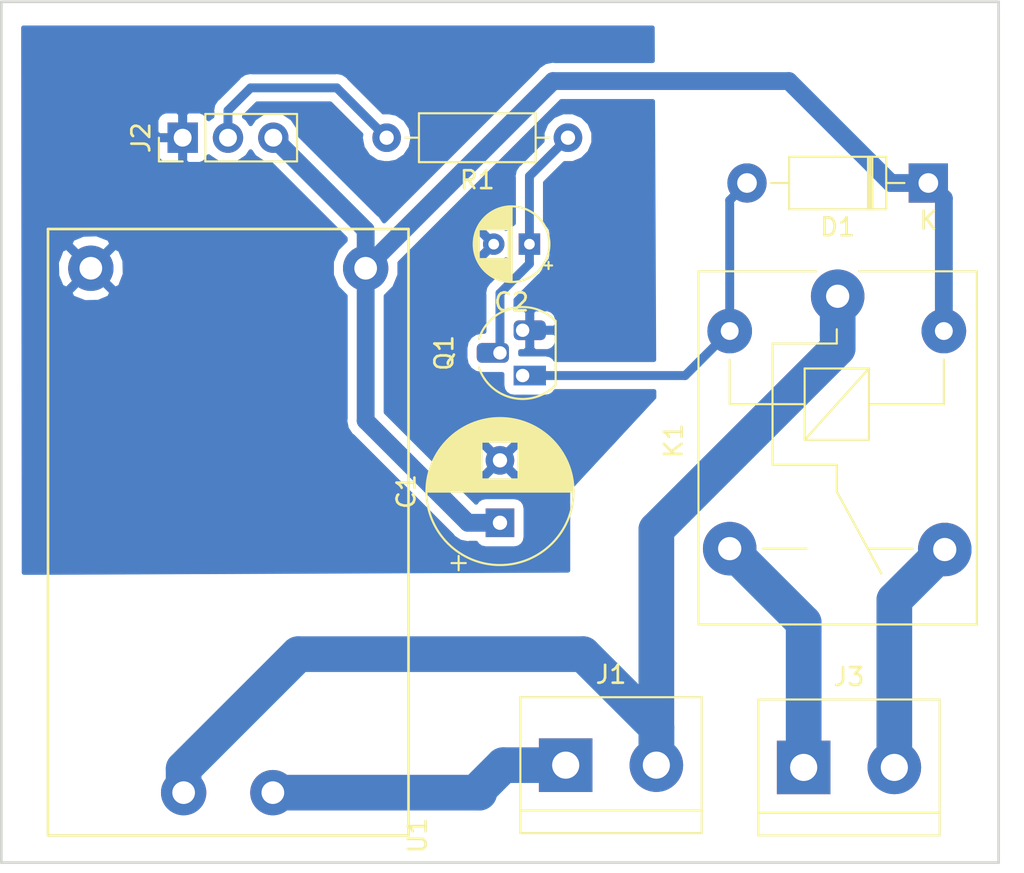
<source format=kicad_pcb>
(kicad_pcb (version 20171130) (host pcbnew 5.0.2-bee76a0~70~ubuntu18.04.1)

  (general
    (thickness 1.6)
    (drawings 4)
    (tracks 42)
    (zones 0)
    (modules 10)
    (nets 10)
  )

  (page A4)
  (layers
    (0 F.Cu signal)
    (31 B.Cu signal)
    (32 B.Adhes user)
    (33 F.Adhes user)
    (34 B.Paste user)
    (35 F.Paste user)
    (36 B.SilkS user)
    (37 F.SilkS user)
    (38 B.Mask user)
    (39 F.Mask user)
    (40 Dwgs.User user)
    (41 Cmts.User user)
    (42 Eco1.User user)
    (43 Eco2.User user)
    (44 Edge.Cuts user)
    (45 Margin user)
    (46 B.CrtYd user)
    (47 F.CrtYd user)
    (48 B.Fab user)
    (49 F.Fab user)
  )

  (setup
    (last_trace_width 0.5)
    (trace_clearance 0.5)
    (zone_clearance 0.508)
    (zone_45_only no)
    (trace_min 0.2)
    (segment_width 0.2)
    (edge_width 0.15)
    (via_size 0.8)
    (via_drill 0.4)
    (via_min_size 0.4)
    (via_min_drill 0.3)
    (uvia_size 0.3)
    (uvia_drill 0.1)
    (uvias_allowed no)
    (uvia_min_size 0.2)
    (uvia_min_drill 0.1)
    (pcb_text_width 0.3)
    (pcb_text_size 1.5 1.5)
    (mod_edge_width 0.15)
    (mod_text_size 1 1)
    (mod_text_width 0.15)
    (pad_size 1.524 1.524)
    (pad_drill 0.762)
    (pad_to_mask_clearance 0.051)
    (solder_mask_min_width 0.25)
    (aux_axis_origin 0 0)
    (visible_elements FFF9FF7F)
    (pcbplotparams
      (layerselection 0x010fc_ffffffff)
      (usegerberextensions false)
      (usegerberattributes false)
      (usegerberadvancedattributes false)
      (creategerberjobfile false)
      (excludeedgelayer true)
      (linewidth 0.100000)
      (plotframeref false)
      (viasonmask false)
      (mode 1)
      (useauxorigin false)
      (hpglpennumber 1)
      (hpglpenspeed 20)
      (hpglpendiameter 15.000000)
      (psnegative false)
      (psa4output false)
      (plotreference true)
      (plotvalue true)
      (plotinvisibletext false)
      (padsonsilk false)
      (subtractmaskfromsilk false)
      (outputformat 1)
      (mirror false)
      (drillshape 1)
      (scaleselection 1)
      (outputdirectory ""))
  )

  (net 0 "")
  (net 1 VCC)
  (net 2 GNDREF)
  (net 3 "Net-(C2-Pad1)")
  (net 4 "Net-(D1-Pad2)")
  (net 5 "Net-(J1-Pad1)")
  (net 6 "Net-(J1-Pad2)")
  (net 7 "Net-(J2-Pad2)")
  (net 8 "Net-(J3-Pad2)")
  (net 9 "Net-(J3-Pad1)")

  (net_class Default "This is the default net class."
    (clearance 0.5)
    (trace_width 0.5)
    (via_dia 0.8)
    (via_drill 0.4)
    (uvia_dia 0.3)
    (uvia_drill 0.1)
    (add_net GNDREF)
    (add_net "Net-(C2-Pad1)")
    (add_net "Net-(D1-Pad2)")
    (add_net "Net-(J2-Pad2)")
  )

  (net_class AC ""
    (clearance 1)
    (trace_width 2)
    (via_dia 0.8)
    (via_drill 0.4)
    (uvia_dia 0.3)
    (uvia_drill 0.1)
    (add_net "Net-(J1-Pad1)")
    (add_net "Net-(J1-Pad2)")
    (add_net "Net-(J3-Pad1)")
    (add_net "Net-(J3-Pad2)")
  )

  (net_class VCC ""
    (clearance 0.5)
    (trace_width 1)
    (via_dia 0.8)
    (via_drill 0.4)
    (uvia_dia 0.3)
    (uvia_drill 0.1)
    (add_net VCC)
  )

  (module mylibs:HLK-PMXX (layer F.Cu) (tedit 5C7619E1) (tstamp 5C601658)
    (at 160.205001 106.91 90)
    (path /5C49603D)
    (fp_text reference U1 (at 0 0.5 90) (layer F.SilkS)
      (effects (font (size 1 1) (thickness 0.15)))
    )
    (fp_text value HLK-PMXX (at 16.6 -10.4 90) (layer F.Fab)
      (effects (font (size 1 1) (thickness 0.15)))
    )
    (fp_line (start 0 -20.2) (end 0 0) (layer F.SilkS) (width 0.15))
    (fp_line (start 34 -20.2) (end 0 -20.2) (layer F.SilkS) (width 0.15))
    (fp_line (start 34 0) (end 34 -20.2) (layer F.SilkS) (width 0.15))
    (fp_line (start 0 0) (end 34 0) (layer F.SilkS) (width 0.15))
    (pad 4 thru_hole circle (at 31.8 -2.4 90) (size 2.54 2.54) (drill 1.27) (layers *.Cu *.Mask)
      (net 1 VCC))
    (pad 3 thru_hole circle (at 31.8 -17.8 90) (size 2.54 2.54) (drill 1.27) (layers *.Cu *.Mask)
      (net 2 GNDREF))
    (pad 1 thru_hole circle (at 2.4 -12.6 90) (size 2.54 2.54) (drill 1.27) (layers *.Cu *.Mask)
      (net 6 "Net-(J1-Pad2)"))
    (pad 2 thru_hole circle (at 2.4 -7.6 90) (size 2.54 2.54) (drill 1.27) (layers *.Cu *.Mask)
      (net 5 "Net-(J1-Pad1)"))
  )

  (module Capacitor_THT:CP_Radial_D8.0mm_P3.50mm (layer F.Cu) (tedit 5AE50EF0) (tstamp 5C6014F1)
    (at 165.33 89.38 90)
    (descr "CP, Radial series, Radial, pin pitch=3.50mm, , diameter=8mm, Electrolytic Capacitor")
    (tags "CP Radial series Radial pin pitch 3.50mm  diameter 8mm Electrolytic Capacitor")
    (path /5C4964DD)
    (fp_text reference C1 (at 1.75 -5.25 90) (layer F.SilkS)
      (effects (font (size 1 1) (thickness 0.15)))
    )
    (fp_text value 470uF (at 1.75 5.25 90) (layer F.Fab)
      (effects (font (size 1 1) (thickness 0.15)))
    )
    (fp_circle (center 1.75 0) (end 5.75 0) (layer F.Fab) (width 0.1))
    (fp_circle (center 1.75 0) (end 5.87 0) (layer F.SilkS) (width 0.12))
    (fp_circle (center 1.75 0) (end 6 0) (layer F.CrtYd) (width 0.05))
    (fp_line (start -1.676759 -1.7475) (end -0.876759 -1.7475) (layer F.Fab) (width 0.1))
    (fp_line (start -1.276759 -2.1475) (end -1.276759 -1.3475) (layer F.Fab) (width 0.1))
    (fp_line (start 1.75 -4.08) (end 1.75 4.08) (layer F.SilkS) (width 0.12))
    (fp_line (start 1.79 -4.08) (end 1.79 4.08) (layer F.SilkS) (width 0.12))
    (fp_line (start 1.83 -4.08) (end 1.83 4.08) (layer F.SilkS) (width 0.12))
    (fp_line (start 1.87 -4.079) (end 1.87 4.079) (layer F.SilkS) (width 0.12))
    (fp_line (start 1.91 -4.077) (end 1.91 4.077) (layer F.SilkS) (width 0.12))
    (fp_line (start 1.95 -4.076) (end 1.95 4.076) (layer F.SilkS) (width 0.12))
    (fp_line (start 1.99 -4.074) (end 1.99 4.074) (layer F.SilkS) (width 0.12))
    (fp_line (start 2.03 -4.071) (end 2.03 4.071) (layer F.SilkS) (width 0.12))
    (fp_line (start 2.07 -4.068) (end 2.07 4.068) (layer F.SilkS) (width 0.12))
    (fp_line (start 2.11 -4.065) (end 2.11 4.065) (layer F.SilkS) (width 0.12))
    (fp_line (start 2.15 -4.061) (end 2.15 4.061) (layer F.SilkS) (width 0.12))
    (fp_line (start 2.19 -4.057) (end 2.19 4.057) (layer F.SilkS) (width 0.12))
    (fp_line (start 2.23 -4.052) (end 2.23 4.052) (layer F.SilkS) (width 0.12))
    (fp_line (start 2.27 -4.048) (end 2.27 4.048) (layer F.SilkS) (width 0.12))
    (fp_line (start 2.31 -4.042) (end 2.31 4.042) (layer F.SilkS) (width 0.12))
    (fp_line (start 2.35 -4.037) (end 2.35 4.037) (layer F.SilkS) (width 0.12))
    (fp_line (start 2.39 -4.03) (end 2.39 4.03) (layer F.SilkS) (width 0.12))
    (fp_line (start 2.43 -4.024) (end 2.43 4.024) (layer F.SilkS) (width 0.12))
    (fp_line (start 2.471 -4.017) (end 2.471 -1.04) (layer F.SilkS) (width 0.12))
    (fp_line (start 2.471 1.04) (end 2.471 4.017) (layer F.SilkS) (width 0.12))
    (fp_line (start 2.511 -4.01) (end 2.511 -1.04) (layer F.SilkS) (width 0.12))
    (fp_line (start 2.511 1.04) (end 2.511 4.01) (layer F.SilkS) (width 0.12))
    (fp_line (start 2.551 -4.002) (end 2.551 -1.04) (layer F.SilkS) (width 0.12))
    (fp_line (start 2.551 1.04) (end 2.551 4.002) (layer F.SilkS) (width 0.12))
    (fp_line (start 2.591 -3.994) (end 2.591 -1.04) (layer F.SilkS) (width 0.12))
    (fp_line (start 2.591 1.04) (end 2.591 3.994) (layer F.SilkS) (width 0.12))
    (fp_line (start 2.631 -3.985) (end 2.631 -1.04) (layer F.SilkS) (width 0.12))
    (fp_line (start 2.631 1.04) (end 2.631 3.985) (layer F.SilkS) (width 0.12))
    (fp_line (start 2.671 -3.976) (end 2.671 -1.04) (layer F.SilkS) (width 0.12))
    (fp_line (start 2.671 1.04) (end 2.671 3.976) (layer F.SilkS) (width 0.12))
    (fp_line (start 2.711 -3.967) (end 2.711 -1.04) (layer F.SilkS) (width 0.12))
    (fp_line (start 2.711 1.04) (end 2.711 3.967) (layer F.SilkS) (width 0.12))
    (fp_line (start 2.751 -3.957) (end 2.751 -1.04) (layer F.SilkS) (width 0.12))
    (fp_line (start 2.751 1.04) (end 2.751 3.957) (layer F.SilkS) (width 0.12))
    (fp_line (start 2.791 -3.947) (end 2.791 -1.04) (layer F.SilkS) (width 0.12))
    (fp_line (start 2.791 1.04) (end 2.791 3.947) (layer F.SilkS) (width 0.12))
    (fp_line (start 2.831 -3.936) (end 2.831 -1.04) (layer F.SilkS) (width 0.12))
    (fp_line (start 2.831 1.04) (end 2.831 3.936) (layer F.SilkS) (width 0.12))
    (fp_line (start 2.871 -3.925) (end 2.871 -1.04) (layer F.SilkS) (width 0.12))
    (fp_line (start 2.871 1.04) (end 2.871 3.925) (layer F.SilkS) (width 0.12))
    (fp_line (start 2.911 -3.914) (end 2.911 -1.04) (layer F.SilkS) (width 0.12))
    (fp_line (start 2.911 1.04) (end 2.911 3.914) (layer F.SilkS) (width 0.12))
    (fp_line (start 2.951 -3.902) (end 2.951 -1.04) (layer F.SilkS) (width 0.12))
    (fp_line (start 2.951 1.04) (end 2.951 3.902) (layer F.SilkS) (width 0.12))
    (fp_line (start 2.991 -3.889) (end 2.991 -1.04) (layer F.SilkS) (width 0.12))
    (fp_line (start 2.991 1.04) (end 2.991 3.889) (layer F.SilkS) (width 0.12))
    (fp_line (start 3.031 -3.877) (end 3.031 -1.04) (layer F.SilkS) (width 0.12))
    (fp_line (start 3.031 1.04) (end 3.031 3.877) (layer F.SilkS) (width 0.12))
    (fp_line (start 3.071 -3.863) (end 3.071 -1.04) (layer F.SilkS) (width 0.12))
    (fp_line (start 3.071 1.04) (end 3.071 3.863) (layer F.SilkS) (width 0.12))
    (fp_line (start 3.111 -3.85) (end 3.111 -1.04) (layer F.SilkS) (width 0.12))
    (fp_line (start 3.111 1.04) (end 3.111 3.85) (layer F.SilkS) (width 0.12))
    (fp_line (start 3.151 -3.835) (end 3.151 -1.04) (layer F.SilkS) (width 0.12))
    (fp_line (start 3.151 1.04) (end 3.151 3.835) (layer F.SilkS) (width 0.12))
    (fp_line (start 3.191 -3.821) (end 3.191 -1.04) (layer F.SilkS) (width 0.12))
    (fp_line (start 3.191 1.04) (end 3.191 3.821) (layer F.SilkS) (width 0.12))
    (fp_line (start 3.231 -3.805) (end 3.231 -1.04) (layer F.SilkS) (width 0.12))
    (fp_line (start 3.231 1.04) (end 3.231 3.805) (layer F.SilkS) (width 0.12))
    (fp_line (start 3.271 -3.79) (end 3.271 -1.04) (layer F.SilkS) (width 0.12))
    (fp_line (start 3.271 1.04) (end 3.271 3.79) (layer F.SilkS) (width 0.12))
    (fp_line (start 3.311 -3.774) (end 3.311 -1.04) (layer F.SilkS) (width 0.12))
    (fp_line (start 3.311 1.04) (end 3.311 3.774) (layer F.SilkS) (width 0.12))
    (fp_line (start 3.351 -3.757) (end 3.351 -1.04) (layer F.SilkS) (width 0.12))
    (fp_line (start 3.351 1.04) (end 3.351 3.757) (layer F.SilkS) (width 0.12))
    (fp_line (start 3.391 -3.74) (end 3.391 -1.04) (layer F.SilkS) (width 0.12))
    (fp_line (start 3.391 1.04) (end 3.391 3.74) (layer F.SilkS) (width 0.12))
    (fp_line (start 3.431 -3.722) (end 3.431 -1.04) (layer F.SilkS) (width 0.12))
    (fp_line (start 3.431 1.04) (end 3.431 3.722) (layer F.SilkS) (width 0.12))
    (fp_line (start 3.471 -3.704) (end 3.471 -1.04) (layer F.SilkS) (width 0.12))
    (fp_line (start 3.471 1.04) (end 3.471 3.704) (layer F.SilkS) (width 0.12))
    (fp_line (start 3.511 -3.686) (end 3.511 -1.04) (layer F.SilkS) (width 0.12))
    (fp_line (start 3.511 1.04) (end 3.511 3.686) (layer F.SilkS) (width 0.12))
    (fp_line (start 3.551 -3.666) (end 3.551 -1.04) (layer F.SilkS) (width 0.12))
    (fp_line (start 3.551 1.04) (end 3.551 3.666) (layer F.SilkS) (width 0.12))
    (fp_line (start 3.591 -3.647) (end 3.591 -1.04) (layer F.SilkS) (width 0.12))
    (fp_line (start 3.591 1.04) (end 3.591 3.647) (layer F.SilkS) (width 0.12))
    (fp_line (start 3.631 -3.627) (end 3.631 -1.04) (layer F.SilkS) (width 0.12))
    (fp_line (start 3.631 1.04) (end 3.631 3.627) (layer F.SilkS) (width 0.12))
    (fp_line (start 3.671 -3.606) (end 3.671 -1.04) (layer F.SilkS) (width 0.12))
    (fp_line (start 3.671 1.04) (end 3.671 3.606) (layer F.SilkS) (width 0.12))
    (fp_line (start 3.711 -3.584) (end 3.711 -1.04) (layer F.SilkS) (width 0.12))
    (fp_line (start 3.711 1.04) (end 3.711 3.584) (layer F.SilkS) (width 0.12))
    (fp_line (start 3.751 -3.562) (end 3.751 -1.04) (layer F.SilkS) (width 0.12))
    (fp_line (start 3.751 1.04) (end 3.751 3.562) (layer F.SilkS) (width 0.12))
    (fp_line (start 3.791 -3.54) (end 3.791 -1.04) (layer F.SilkS) (width 0.12))
    (fp_line (start 3.791 1.04) (end 3.791 3.54) (layer F.SilkS) (width 0.12))
    (fp_line (start 3.831 -3.517) (end 3.831 -1.04) (layer F.SilkS) (width 0.12))
    (fp_line (start 3.831 1.04) (end 3.831 3.517) (layer F.SilkS) (width 0.12))
    (fp_line (start 3.871 -3.493) (end 3.871 -1.04) (layer F.SilkS) (width 0.12))
    (fp_line (start 3.871 1.04) (end 3.871 3.493) (layer F.SilkS) (width 0.12))
    (fp_line (start 3.911 -3.469) (end 3.911 -1.04) (layer F.SilkS) (width 0.12))
    (fp_line (start 3.911 1.04) (end 3.911 3.469) (layer F.SilkS) (width 0.12))
    (fp_line (start 3.951 -3.444) (end 3.951 -1.04) (layer F.SilkS) (width 0.12))
    (fp_line (start 3.951 1.04) (end 3.951 3.444) (layer F.SilkS) (width 0.12))
    (fp_line (start 3.991 -3.418) (end 3.991 -1.04) (layer F.SilkS) (width 0.12))
    (fp_line (start 3.991 1.04) (end 3.991 3.418) (layer F.SilkS) (width 0.12))
    (fp_line (start 4.031 -3.392) (end 4.031 -1.04) (layer F.SilkS) (width 0.12))
    (fp_line (start 4.031 1.04) (end 4.031 3.392) (layer F.SilkS) (width 0.12))
    (fp_line (start 4.071 -3.365) (end 4.071 -1.04) (layer F.SilkS) (width 0.12))
    (fp_line (start 4.071 1.04) (end 4.071 3.365) (layer F.SilkS) (width 0.12))
    (fp_line (start 4.111 -3.338) (end 4.111 -1.04) (layer F.SilkS) (width 0.12))
    (fp_line (start 4.111 1.04) (end 4.111 3.338) (layer F.SilkS) (width 0.12))
    (fp_line (start 4.151 -3.309) (end 4.151 -1.04) (layer F.SilkS) (width 0.12))
    (fp_line (start 4.151 1.04) (end 4.151 3.309) (layer F.SilkS) (width 0.12))
    (fp_line (start 4.191 -3.28) (end 4.191 -1.04) (layer F.SilkS) (width 0.12))
    (fp_line (start 4.191 1.04) (end 4.191 3.28) (layer F.SilkS) (width 0.12))
    (fp_line (start 4.231 -3.25) (end 4.231 -1.04) (layer F.SilkS) (width 0.12))
    (fp_line (start 4.231 1.04) (end 4.231 3.25) (layer F.SilkS) (width 0.12))
    (fp_line (start 4.271 -3.22) (end 4.271 -1.04) (layer F.SilkS) (width 0.12))
    (fp_line (start 4.271 1.04) (end 4.271 3.22) (layer F.SilkS) (width 0.12))
    (fp_line (start 4.311 -3.189) (end 4.311 -1.04) (layer F.SilkS) (width 0.12))
    (fp_line (start 4.311 1.04) (end 4.311 3.189) (layer F.SilkS) (width 0.12))
    (fp_line (start 4.351 -3.156) (end 4.351 -1.04) (layer F.SilkS) (width 0.12))
    (fp_line (start 4.351 1.04) (end 4.351 3.156) (layer F.SilkS) (width 0.12))
    (fp_line (start 4.391 -3.124) (end 4.391 -1.04) (layer F.SilkS) (width 0.12))
    (fp_line (start 4.391 1.04) (end 4.391 3.124) (layer F.SilkS) (width 0.12))
    (fp_line (start 4.431 -3.09) (end 4.431 -1.04) (layer F.SilkS) (width 0.12))
    (fp_line (start 4.431 1.04) (end 4.431 3.09) (layer F.SilkS) (width 0.12))
    (fp_line (start 4.471 -3.055) (end 4.471 -1.04) (layer F.SilkS) (width 0.12))
    (fp_line (start 4.471 1.04) (end 4.471 3.055) (layer F.SilkS) (width 0.12))
    (fp_line (start 4.511 -3.019) (end 4.511 -1.04) (layer F.SilkS) (width 0.12))
    (fp_line (start 4.511 1.04) (end 4.511 3.019) (layer F.SilkS) (width 0.12))
    (fp_line (start 4.551 -2.983) (end 4.551 2.983) (layer F.SilkS) (width 0.12))
    (fp_line (start 4.591 -2.945) (end 4.591 2.945) (layer F.SilkS) (width 0.12))
    (fp_line (start 4.631 -2.907) (end 4.631 2.907) (layer F.SilkS) (width 0.12))
    (fp_line (start 4.671 -2.867) (end 4.671 2.867) (layer F.SilkS) (width 0.12))
    (fp_line (start 4.711 -2.826) (end 4.711 2.826) (layer F.SilkS) (width 0.12))
    (fp_line (start 4.751 -2.784) (end 4.751 2.784) (layer F.SilkS) (width 0.12))
    (fp_line (start 4.791 -2.741) (end 4.791 2.741) (layer F.SilkS) (width 0.12))
    (fp_line (start 4.831 -2.697) (end 4.831 2.697) (layer F.SilkS) (width 0.12))
    (fp_line (start 4.871 -2.651) (end 4.871 2.651) (layer F.SilkS) (width 0.12))
    (fp_line (start 4.911 -2.604) (end 4.911 2.604) (layer F.SilkS) (width 0.12))
    (fp_line (start 4.951 -2.556) (end 4.951 2.556) (layer F.SilkS) (width 0.12))
    (fp_line (start 4.991 -2.505) (end 4.991 2.505) (layer F.SilkS) (width 0.12))
    (fp_line (start 5.031 -2.454) (end 5.031 2.454) (layer F.SilkS) (width 0.12))
    (fp_line (start 5.071 -2.4) (end 5.071 2.4) (layer F.SilkS) (width 0.12))
    (fp_line (start 5.111 -2.345) (end 5.111 2.345) (layer F.SilkS) (width 0.12))
    (fp_line (start 5.151 -2.287) (end 5.151 2.287) (layer F.SilkS) (width 0.12))
    (fp_line (start 5.191 -2.228) (end 5.191 2.228) (layer F.SilkS) (width 0.12))
    (fp_line (start 5.231 -2.166) (end 5.231 2.166) (layer F.SilkS) (width 0.12))
    (fp_line (start 5.271 -2.102) (end 5.271 2.102) (layer F.SilkS) (width 0.12))
    (fp_line (start 5.311 -2.034) (end 5.311 2.034) (layer F.SilkS) (width 0.12))
    (fp_line (start 5.351 -1.964) (end 5.351 1.964) (layer F.SilkS) (width 0.12))
    (fp_line (start 5.391 -1.89) (end 5.391 1.89) (layer F.SilkS) (width 0.12))
    (fp_line (start 5.431 -1.813) (end 5.431 1.813) (layer F.SilkS) (width 0.12))
    (fp_line (start 5.471 -1.731) (end 5.471 1.731) (layer F.SilkS) (width 0.12))
    (fp_line (start 5.511 -1.645) (end 5.511 1.645) (layer F.SilkS) (width 0.12))
    (fp_line (start 5.551 -1.552) (end 5.551 1.552) (layer F.SilkS) (width 0.12))
    (fp_line (start 5.591 -1.453) (end 5.591 1.453) (layer F.SilkS) (width 0.12))
    (fp_line (start 5.631 -1.346) (end 5.631 1.346) (layer F.SilkS) (width 0.12))
    (fp_line (start 5.671 -1.229) (end 5.671 1.229) (layer F.SilkS) (width 0.12))
    (fp_line (start 5.711 -1.098) (end 5.711 1.098) (layer F.SilkS) (width 0.12))
    (fp_line (start 5.751 -0.948) (end 5.751 0.948) (layer F.SilkS) (width 0.12))
    (fp_line (start 5.791 -0.768) (end 5.791 0.768) (layer F.SilkS) (width 0.12))
    (fp_line (start 5.831 -0.533) (end 5.831 0.533) (layer F.SilkS) (width 0.12))
    (fp_line (start -2.659698 -2.315) (end -1.859698 -2.315) (layer F.SilkS) (width 0.12))
    (fp_line (start -2.259698 -2.715) (end -2.259698 -1.915) (layer F.SilkS) (width 0.12))
    (fp_text user %R (at 1.75 0 90) (layer F.Fab)
      (effects (font (size 1 1) (thickness 0.15)))
    )
    (pad 1 thru_hole rect (at 0 0 90) (size 1.6 1.6) (drill 0.8) (layers *.Cu *.Mask)
      (net 1 VCC))
    (pad 2 thru_hole circle (at 3.5 0 90) (size 1.6 1.6) (drill 0.8) (layers *.Cu *.Mask)
      (net 2 GNDREF))
    (model ${KISYS3DMOD}/Capacitor_THT.3dshapes/CP_Radial_D8.0mm_P3.50mm.wrl
      (at (xyz 0 0 0))
      (scale (xyz 1 1 1))
      (rotate (xyz 0 0 0))
    )
  )

  (module Diode_THT:D_DO-41_SOD81_P10.16mm_Horizontal (layer F.Cu) (tedit 5AE50CD5) (tstamp 5C6015B9)
    (at 189.333 70.33 180)
    (descr "Diode, DO-41_SOD81 series, Axial, Horizontal, pin pitch=10.16mm, , length*diameter=5.2*2.7mm^2, , http://www.diodes.com/_files/packages/DO-41%20(Plastic).pdf")
    (tags "Diode DO-41_SOD81 series Axial Horizontal pin pitch 10.16mm  length 5.2mm diameter 2.7mm")
    (path /5C496100)
    (fp_text reference D1 (at 5.08 -2.47 180) (layer F.SilkS)
      (effects (font (size 1 1) (thickness 0.15)))
    )
    (fp_text value 1N4001 (at 5.08 2.47 180) (layer F.Fab)
      (effects (font (size 1 1) (thickness 0.15)))
    )
    (fp_line (start 2.48 -1.35) (end 2.48 1.35) (layer F.Fab) (width 0.1))
    (fp_line (start 2.48 1.35) (end 7.68 1.35) (layer F.Fab) (width 0.1))
    (fp_line (start 7.68 1.35) (end 7.68 -1.35) (layer F.Fab) (width 0.1))
    (fp_line (start 7.68 -1.35) (end 2.48 -1.35) (layer F.Fab) (width 0.1))
    (fp_line (start 0 0) (end 2.48 0) (layer F.Fab) (width 0.1))
    (fp_line (start 10.16 0) (end 7.68 0) (layer F.Fab) (width 0.1))
    (fp_line (start 3.26 -1.35) (end 3.26 1.35) (layer F.Fab) (width 0.1))
    (fp_line (start 3.36 -1.35) (end 3.36 1.35) (layer F.Fab) (width 0.1))
    (fp_line (start 3.16 -1.35) (end 3.16 1.35) (layer F.Fab) (width 0.1))
    (fp_line (start 2.36 -1.47) (end 2.36 1.47) (layer F.SilkS) (width 0.12))
    (fp_line (start 2.36 1.47) (end 7.8 1.47) (layer F.SilkS) (width 0.12))
    (fp_line (start 7.8 1.47) (end 7.8 -1.47) (layer F.SilkS) (width 0.12))
    (fp_line (start 7.8 -1.47) (end 2.36 -1.47) (layer F.SilkS) (width 0.12))
    (fp_line (start 1.34 0) (end 2.36 0) (layer F.SilkS) (width 0.12))
    (fp_line (start 8.82 0) (end 7.8 0) (layer F.SilkS) (width 0.12))
    (fp_line (start 3.26 -1.47) (end 3.26 1.47) (layer F.SilkS) (width 0.12))
    (fp_line (start 3.38 -1.47) (end 3.38 1.47) (layer F.SilkS) (width 0.12))
    (fp_line (start 3.14 -1.47) (end 3.14 1.47) (layer F.SilkS) (width 0.12))
    (fp_line (start -1.35 -1.6) (end -1.35 1.6) (layer F.CrtYd) (width 0.05))
    (fp_line (start -1.35 1.6) (end 11.51 1.6) (layer F.CrtYd) (width 0.05))
    (fp_line (start 11.51 1.6) (end 11.51 -1.6) (layer F.CrtYd) (width 0.05))
    (fp_line (start 11.51 -1.6) (end -1.35 -1.6) (layer F.CrtYd) (width 0.05))
    (fp_text user %R (at 5.47 0 180) (layer F.Fab)
      (effects (font (size 1 1) (thickness 0.15)))
    )
    (fp_text user K (at 0 -2.1 180) (layer F.Fab)
      (effects (font (size 1 1) (thickness 0.15)))
    )
    (fp_text user K (at 0 -2.1 180) (layer F.SilkS)
      (effects (font (size 1 1) (thickness 0.15)))
    )
    (pad 1 thru_hole rect (at 0 0 180) (size 2.2 2.2) (drill 1.1) (layers *.Cu *.Mask)
      (net 1 VCC))
    (pad 2 thru_hole oval (at 10.16 0 180) (size 2.2 2.2) (drill 1.1) (layers *.Cu *.Mask)
      (net 4 "Net-(D1-Pad2)"))
    (model ${KISYS3DMOD}/Diode_THT.3dshapes/D_DO-41_SOD81_P10.16mm_Horizontal.wrl
      (at (xyz 0 0 0))
      (scale (xyz 1 1 1))
      (rotate (xyz 0 0 0))
    )
  )

  (module TerminalBlock:TerminalBlock_bornier-2_P5.08mm (layer F.Cu) (tedit 59FF03AB) (tstamp 5C6015CE)
    (at 169.013 102.969)
    (descr "simple 2-pin terminal block, pitch 5.08mm, revamped version of bornier2")
    (tags "terminal block bornier2")
    (path /5C4963C1)
    (fp_text reference J1 (at 2.54 -5.08) (layer F.SilkS)
      (effects (font (size 1 1) (thickness 0.15)))
    )
    (fp_text value Screw_Terminal_01x02 (at 2.54 5.08) (layer F.Fab)
      (effects (font (size 1 1) (thickness 0.15)))
    )
    (fp_text user %R (at 2.54 0) (layer F.Fab)
      (effects (font (size 1 1) (thickness 0.15)))
    )
    (fp_line (start -2.41 2.55) (end 7.49 2.55) (layer F.Fab) (width 0.1))
    (fp_line (start -2.46 -3.75) (end -2.46 3.75) (layer F.Fab) (width 0.1))
    (fp_line (start -2.46 3.75) (end 7.54 3.75) (layer F.Fab) (width 0.1))
    (fp_line (start 7.54 3.75) (end 7.54 -3.75) (layer F.Fab) (width 0.1))
    (fp_line (start 7.54 -3.75) (end -2.46 -3.75) (layer F.Fab) (width 0.1))
    (fp_line (start 7.62 2.54) (end -2.54 2.54) (layer F.SilkS) (width 0.12))
    (fp_line (start 7.62 3.81) (end 7.62 -3.81) (layer F.SilkS) (width 0.12))
    (fp_line (start 7.62 -3.81) (end -2.54 -3.81) (layer F.SilkS) (width 0.12))
    (fp_line (start -2.54 -3.81) (end -2.54 3.81) (layer F.SilkS) (width 0.12))
    (fp_line (start -2.54 3.81) (end 7.62 3.81) (layer F.SilkS) (width 0.12))
    (fp_line (start -2.71 -4) (end 7.79 -4) (layer F.CrtYd) (width 0.05))
    (fp_line (start -2.71 -4) (end -2.71 4) (layer F.CrtYd) (width 0.05))
    (fp_line (start 7.79 4) (end 7.79 -4) (layer F.CrtYd) (width 0.05))
    (fp_line (start 7.79 4) (end -2.71 4) (layer F.CrtYd) (width 0.05))
    (pad 1 thru_hole rect (at 0 0) (size 3 3) (drill 1.52) (layers *.Cu *.Mask)
      (net 5 "Net-(J1-Pad1)"))
    (pad 2 thru_hole circle (at 5.08 0) (size 3 3) (drill 1.52) (layers *.Cu *.Mask)
      (net 6 "Net-(J1-Pad2)"))
    (model ${KISYS3DMOD}/TerminalBlock.3dshapes/TerminalBlock_bornier-2_P5.08mm.wrl
      (offset (xyz 2.539999961853027 0 0))
      (scale (xyz 1 1 1))
      (rotate (xyz 0 0 0))
    )
  )

  (module Connector_PinHeader_2.54mm:PinHeader_1x03_P2.54mm_Vertical (layer F.Cu) (tedit 59FED5CC) (tstamp 5C60315B)
    (at 147.55 67.79 90)
    (descr "Through hole straight pin header, 1x03, 2.54mm pitch, single row")
    (tags "Through hole pin header THT 1x03 2.54mm single row")
    (path /5C49621D)
    (fp_text reference J2 (at 0 -2.33 90) (layer F.SilkS)
      (effects (font (size 1 1) (thickness 0.15)))
    )
    (fp_text value Conn_01x03_Female (at 0 7.41 90) (layer F.Fab)
      (effects (font (size 1 1) (thickness 0.15)))
    )
    (fp_line (start -0.635 -1.27) (end 1.27 -1.27) (layer F.Fab) (width 0.1))
    (fp_line (start 1.27 -1.27) (end 1.27 6.35) (layer F.Fab) (width 0.1))
    (fp_line (start 1.27 6.35) (end -1.27 6.35) (layer F.Fab) (width 0.1))
    (fp_line (start -1.27 6.35) (end -1.27 -0.635) (layer F.Fab) (width 0.1))
    (fp_line (start -1.27 -0.635) (end -0.635 -1.27) (layer F.Fab) (width 0.1))
    (fp_line (start -1.33 6.41) (end 1.33 6.41) (layer F.SilkS) (width 0.12))
    (fp_line (start -1.33 1.27) (end -1.33 6.41) (layer F.SilkS) (width 0.12))
    (fp_line (start 1.33 1.27) (end 1.33 6.41) (layer F.SilkS) (width 0.12))
    (fp_line (start -1.33 1.27) (end 1.33 1.27) (layer F.SilkS) (width 0.12))
    (fp_line (start -1.33 0) (end -1.33 -1.33) (layer F.SilkS) (width 0.12))
    (fp_line (start -1.33 -1.33) (end 0 -1.33) (layer F.SilkS) (width 0.12))
    (fp_line (start -1.8 -1.8) (end -1.8 6.85) (layer F.CrtYd) (width 0.05))
    (fp_line (start -1.8 6.85) (end 1.8 6.85) (layer F.CrtYd) (width 0.05))
    (fp_line (start 1.8 6.85) (end 1.8 -1.8) (layer F.CrtYd) (width 0.05))
    (fp_line (start 1.8 -1.8) (end -1.8 -1.8) (layer F.CrtYd) (width 0.05))
    (fp_text user %R (at 0 2.54 180) (layer F.Fab)
      (effects (font (size 1 1) (thickness 0.15)))
    )
    (pad 1 thru_hole rect (at 0 0 90) (size 1.7 1.7) (drill 1) (layers *.Cu *.Mask)
      (net 2 GNDREF))
    (pad 2 thru_hole oval (at 0 2.54 90) (size 1.7 1.7) (drill 1) (layers *.Cu *.Mask)
      (net 7 "Net-(J2-Pad2)"))
    (pad 3 thru_hole oval (at 0 5.08 90) (size 1.7 1.7) (drill 1) (layers *.Cu *.Mask)
      (net 1 VCC))
    (model ${KISYS3DMOD}/Connector_PinHeader_2.54mm.3dshapes/PinHeader_1x03_P2.54mm_Vertical.wrl
      (at (xyz 0 0 0))
      (scale (xyz 1 1 1))
      (rotate (xyz 0 0 0))
    )
  )

  (module TerminalBlock:TerminalBlock_bornier-2_P5.08mm (layer F.Cu) (tedit 59FF03AB) (tstamp 5C602445)
    (at 182.348 103.096)
    (descr "simple 2-pin terminal block, pitch 5.08mm, revamped version of bornier2")
    (tags "terminal block bornier2")
    (path /5C49642E)
    (fp_text reference J3 (at 2.54 -5.08) (layer F.SilkS)
      (effects (font (size 1 1) (thickness 0.15)))
    )
    (fp_text value Screw_Terminal_01x02 (at 2.54 5.08) (layer F.Fab)
      (effects (font (size 1 1) (thickness 0.15)))
    )
    (fp_line (start 7.79 4) (end -2.71 4) (layer F.CrtYd) (width 0.05))
    (fp_line (start 7.79 4) (end 7.79 -4) (layer F.CrtYd) (width 0.05))
    (fp_line (start -2.71 -4) (end -2.71 4) (layer F.CrtYd) (width 0.05))
    (fp_line (start -2.71 -4) (end 7.79 -4) (layer F.CrtYd) (width 0.05))
    (fp_line (start -2.54 3.81) (end 7.62 3.81) (layer F.SilkS) (width 0.12))
    (fp_line (start -2.54 -3.81) (end -2.54 3.81) (layer F.SilkS) (width 0.12))
    (fp_line (start 7.62 -3.81) (end -2.54 -3.81) (layer F.SilkS) (width 0.12))
    (fp_line (start 7.62 3.81) (end 7.62 -3.81) (layer F.SilkS) (width 0.12))
    (fp_line (start 7.62 2.54) (end -2.54 2.54) (layer F.SilkS) (width 0.12))
    (fp_line (start 7.54 -3.75) (end -2.46 -3.75) (layer F.Fab) (width 0.1))
    (fp_line (start 7.54 3.75) (end 7.54 -3.75) (layer F.Fab) (width 0.1))
    (fp_line (start -2.46 3.75) (end 7.54 3.75) (layer F.Fab) (width 0.1))
    (fp_line (start -2.46 -3.75) (end -2.46 3.75) (layer F.Fab) (width 0.1))
    (fp_line (start -2.41 2.55) (end 7.49 2.55) (layer F.Fab) (width 0.1))
    (fp_text user %R (at 2.54 0) (layer F.Fab)
      (effects (font (size 1 1) (thickness 0.15)))
    )
    (pad 2 thru_hole circle (at 5.08 0) (size 3 3) (drill 1.52) (layers *.Cu *.Mask)
      (net 8 "Net-(J3-Pad2)"))
    (pad 1 thru_hole rect (at 0 0) (size 3 3) (drill 1.52) (layers *.Cu *.Mask)
      (net 9 "Net-(J3-Pad1)"))
    (model ${KISYS3DMOD}/TerminalBlock.3dshapes/TerminalBlock_bornier-2_P5.08mm.wrl
      (offset (xyz 2.539999961853027 0 0))
      (scale (xyz 1 1 1))
      (rotate (xyz 0 0 0))
    )
  )

  (module Relay_THT:Relay_SPDT_SANYOU_SRD_Series_Form_C (layer F.Cu) (tedit 58FA3148) (tstamp 5C601623)
    (at 184.253 76.68 270)
    (descr "relay Sanyou SRD series Form C http://www.sanyourelay.ca/public/products/pdf/SRD.pdf")
    (tags "relay Sanyu SRD form C")
    (path /5C496360)
    (fp_text reference K1 (at 8.1 9.2 270) (layer F.SilkS)
      (effects (font (size 1 1) (thickness 0.15)))
    )
    (fp_text value SANYOU_SRD_Form_C (at 8 -9.6 270) (layer F.Fab)
      (effects (font (size 1 1) (thickness 0.15)))
    )
    (fp_line (start -1.4 1.2) (end -1.4 7.8) (layer F.SilkS) (width 0.12))
    (fp_line (start -1.4 -7.8) (end -1.4 -1.2) (layer F.SilkS) (width 0.12))
    (fp_line (start -1.4 -7.8) (end 18.4 -7.8) (layer F.SilkS) (width 0.12))
    (fp_line (start 18.4 -7.8) (end 18.4 7.8) (layer F.SilkS) (width 0.12))
    (fp_line (start 18.4 7.8) (end -1.4 7.8) (layer F.SilkS) (width 0.12))
    (fp_text user 1 (at 0 -2.3 270) (layer F.Fab)
      (effects (font (size 1 1) (thickness 0.15)))
    )
    (fp_line (start -1.3 -7.7) (end 18.3 -7.7) (layer F.Fab) (width 0.12))
    (fp_line (start 18.3 -7.7) (end 18.3 7.7) (layer F.Fab) (width 0.12))
    (fp_line (start 18.3 7.7) (end -1.3 7.7) (layer F.Fab) (width 0.12))
    (fp_line (start -1.3 7.7) (end -1.3 -7.7) (layer F.Fab) (width 0.12))
    (fp_text user %R (at 7.1 0.025 270) (layer F.Fab)
      (effects (font (size 1 1) (thickness 0.15)))
    )
    (fp_line (start 18.55 -7.95) (end -1.55 -7.95) (layer F.CrtYd) (width 0.05))
    (fp_line (start -1.55 7.95) (end -1.55 -7.95) (layer F.CrtYd) (width 0.05))
    (fp_line (start 18.55 -7.95) (end 18.55 7.95) (layer F.CrtYd) (width 0.05))
    (fp_line (start -1.55 7.95) (end 18.55 7.95) (layer F.CrtYd) (width 0.05))
    (fp_line (start 14.15 4.2) (end 14.15 1.75) (layer F.SilkS) (width 0.12))
    (fp_line (start 14.15 -4.2) (end 14.15 -1.7) (layer F.SilkS) (width 0.12))
    (fp_line (start 3.55 6.05) (end 6.05 6.05) (layer F.SilkS) (width 0.12))
    (fp_line (start 2.65 0.05) (end 1.85 0.05) (layer F.SilkS) (width 0.12))
    (fp_line (start 6.05 -5.95) (end 3.55 -5.95) (layer F.SilkS) (width 0.12))
    (fp_line (start 9.45 0.05) (end 10.95 0.05) (layer F.SilkS) (width 0.12))
    (fp_line (start 10.95 0.05) (end 15.55 -2.45) (layer F.SilkS) (width 0.12))
    (fp_line (start 9.45 3.65) (end 2.65 3.65) (layer F.SilkS) (width 0.12))
    (fp_line (start 9.45 0.05) (end 9.45 3.65) (layer F.SilkS) (width 0.12))
    (fp_line (start 2.65 0.05) (end 2.65 3.65) (layer F.SilkS) (width 0.12))
    (fp_line (start 6.05 -5.95) (end 6.05 -1.75) (layer F.SilkS) (width 0.12))
    (fp_line (start 6.05 1.85) (end 6.05 6.05) (layer F.SilkS) (width 0.12))
    (fp_line (start 8.05 1.85) (end 4.05 -1.75) (layer F.SilkS) (width 0.12))
    (fp_line (start 4.05 1.85) (end 4.05 -1.75) (layer F.SilkS) (width 0.12))
    (fp_line (start 4.05 -1.75) (end 8.05 -1.75) (layer F.SilkS) (width 0.12))
    (fp_line (start 8.05 -1.75) (end 8.05 1.85) (layer F.SilkS) (width 0.12))
    (fp_line (start 8.05 1.85) (end 4.05 1.85) (layer F.SilkS) (width 0.12))
    (pad 2 thru_hole circle (at 1.95 6.05) (size 2.5 2.5) (drill 1) (layers *.Cu *.Mask)
      (net 4 "Net-(D1-Pad2)"))
    (pad 3 thru_hole circle (at 14.15 6.05) (size 3 3) (drill 1.3) (layers *.Cu *.Mask)
      (net 9 "Net-(J3-Pad1)"))
    (pad 4 thru_hole circle (at 14.2 -6) (size 3 3) (drill 1.3) (layers *.Cu *.Mask)
      (net 8 "Net-(J3-Pad2)"))
    (pad 5 thru_hole circle (at 1.95 -5.95) (size 2.5 2.5) (drill 1) (layers *.Cu *.Mask)
      (net 1 VCC))
    (pad 1 thru_hole circle (at 0 0) (size 3 3) (drill 1.3) (layers *.Cu *.Mask)
      (net 6 "Net-(J1-Pad2)"))
    (model ${KISYS3DMOD}/Relay_THT.3dshapes/Relay_SPDT_SANYOU_SRD_Series_Form_C.wrl
      (at (xyz 0 0 0))
      (scale (xyz 1 1 1))
      (rotate (xyz 0 0 0))
    )
  )

  (module Package_TO_SOT_THT:TO-92_HandSolder (layer F.Cu) (tedit 5A282C46) (tstamp 5C60354A)
    (at 166.6 81.125 90)
    (descr "TO-92 leads molded, narrow, drill 0.75mm, handsoldering variant with enlarged pads (see NXP sot054_po.pdf)")
    (tags "to-92 sc-43 sc-43a sot54 PA33 transistor")
    (path /5C496173)
    (fp_text reference Q1 (at 1.27 -4.4 90) (layer F.SilkS)
      (effects (font (size 1 1) (thickness 0.15)))
    )
    (fp_text value BC547 (at 1.27 2.79 90) (layer F.Fab)
      (effects (font (size 1 1) (thickness 0.15)))
    )
    (fp_text user %R (at 1.27 -4.4 90) (layer F.Fab)
      (effects (font (size 1 1) (thickness 0.15)))
    )
    (fp_line (start -0.53 1.85) (end 3.07 1.85) (layer F.SilkS) (width 0.12))
    (fp_line (start -0.5 1.75) (end 3 1.75) (layer F.Fab) (width 0.1))
    (fp_line (start -1.46 -3.05) (end 4 -3.05) (layer F.CrtYd) (width 0.05))
    (fp_line (start -1.45 -3.05) (end -1.46 2.01) (layer F.CrtYd) (width 0.05))
    (fp_line (start 4 2.01) (end 4 -3.05) (layer F.CrtYd) (width 0.05))
    (fp_line (start 4 2.01) (end -1.46 2.01) (layer F.CrtYd) (width 0.05))
    (fp_arc (start 1.27 0) (end 1.27 -2.48) (angle 135) (layer F.Fab) (width 0.1))
    (fp_arc (start 1.27 0) (end 0.45 -2.45) (angle -116.9632683) (layer F.SilkS) (width 0.12))
    (fp_arc (start 1.27 0) (end 1.27 -2.48) (angle -135) (layer F.Fab) (width 0.1))
    (fp_arc (start 1.27 0) (end 2.05 -2.45) (angle 117.6433766) (layer F.SilkS) (width 0.12))
    (pad 2 thru_hole roundrect (at 1.27 -1.27 90) (size 1.1 1.8) (drill 0.75 (offset 0 -0.4)) (layers *.Cu *.Mask) (roundrect_rratio 0.25)
      (net 3 "Net-(C2-Pad1)"))
    (pad 3 thru_hole roundrect (at 2.54 0 90) (size 1.1 1.8) (drill 0.75 (offset 0 0.4)) (layers *.Cu *.Mask) (roundrect_rratio 0.25)
      (net 2 GNDREF))
    (pad 1 thru_hole rect (at 0 0 90) (size 1.1 1.8) (drill 0.75 (offset 0 0.4)) (layers *.Cu *.Mask)
      (net 4 "Net-(D1-Pad2)"))
    (model ${KISYS3DMOD}/Package_TO_SOT_THT.3dshapes/TO-92.wrl
      (at (xyz 0 0 0))
      (scale (xyz 1 1 1))
      (rotate (xyz 0 0 0))
    )
  )

  (module Resistor_THT:R_Axial_DIN0207_L6.3mm_D2.5mm_P10.16mm_Horizontal (layer F.Cu) (tedit 5AE5139B) (tstamp 5C6025D7)
    (at 169.14 67.79 180)
    (descr "Resistor, Axial_DIN0207 series, Axial, Horizontal, pin pitch=10.16mm, 0.25W = 1/4W, length*diameter=6.3*2.5mm^2, http://cdn-reichelt.de/documents/datenblatt/B400/1_4W%23YAG.pdf")
    (tags "Resistor Axial_DIN0207 series Axial Horizontal pin pitch 10.16mm 0.25W = 1/4W length 6.3mm diameter 2.5mm")
    (path /5C4962B2)
    (fp_text reference R1 (at 5.08 -2.37 180) (layer F.SilkS)
      (effects (font (size 1 1) (thickness 0.15)))
    )
    (fp_text value 10K (at 5.08 2.37 180) (layer F.Fab)
      (effects (font (size 1 1) (thickness 0.15)))
    )
    (fp_line (start 1.93 -1.25) (end 1.93 1.25) (layer F.Fab) (width 0.1))
    (fp_line (start 1.93 1.25) (end 8.23 1.25) (layer F.Fab) (width 0.1))
    (fp_line (start 8.23 1.25) (end 8.23 -1.25) (layer F.Fab) (width 0.1))
    (fp_line (start 8.23 -1.25) (end 1.93 -1.25) (layer F.Fab) (width 0.1))
    (fp_line (start 0 0) (end 1.93 0) (layer F.Fab) (width 0.1))
    (fp_line (start 10.16 0) (end 8.23 0) (layer F.Fab) (width 0.1))
    (fp_line (start 1.81 -1.37) (end 1.81 1.37) (layer F.SilkS) (width 0.12))
    (fp_line (start 1.81 1.37) (end 8.35 1.37) (layer F.SilkS) (width 0.12))
    (fp_line (start 8.35 1.37) (end 8.35 -1.37) (layer F.SilkS) (width 0.12))
    (fp_line (start 8.35 -1.37) (end 1.81 -1.37) (layer F.SilkS) (width 0.12))
    (fp_line (start 1.04 0) (end 1.81 0) (layer F.SilkS) (width 0.12))
    (fp_line (start 9.12 0) (end 8.35 0) (layer F.SilkS) (width 0.12))
    (fp_line (start -1.05 -1.5) (end -1.05 1.5) (layer F.CrtYd) (width 0.05))
    (fp_line (start -1.05 1.5) (end 11.21 1.5) (layer F.CrtYd) (width 0.05))
    (fp_line (start 11.21 1.5) (end 11.21 -1.5) (layer F.CrtYd) (width 0.05))
    (fp_line (start 11.21 -1.5) (end -1.05 -1.5) (layer F.CrtYd) (width 0.05))
    (fp_text user %R (at 5.244999 0) (layer F.Fab)
      (effects (font (size 1 1) (thickness 0.15)))
    )
    (pad 1 thru_hole circle (at 0 0 180) (size 1.6 1.6) (drill 0.8) (layers *.Cu *.Mask)
      (net 3 "Net-(C2-Pad1)"))
    (pad 2 thru_hole oval (at 10.16 0 180) (size 1.6 1.6) (drill 0.8) (layers *.Cu *.Mask)
      (net 7 "Net-(J2-Pad2)"))
    (model ${KISYS3DMOD}/Resistor_THT.3dshapes/R_Axial_DIN0207_L6.3mm_D2.5mm_P10.16mm_Horizontal.wrl
      (at (xyz 0 0 0))
      (scale (xyz 1 1 1))
      (rotate (xyz 0 0 0))
    )
  )

  (module Capacitor_THT:CP_Radial_D4.0mm_P2.00mm (layer F.Cu) (tedit 5AE50EF0) (tstamp 5C602DCB)
    (at 166.981 73.759 180)
    (descr "CP, Radial series, Radial, pin pitch=2.00mm, , diameter=4mm, Electrolytic Capacitor")
    (tags "CP Radial series Radial pin pitch 2.00mm  diameter 4mm Electrolytic Capacitor")
    (path /5C49681B)
    (fp_text reference C2 (at 1 -3.25 180) (layer F.SilkS)
      (effects (font (size 1 1) (thickness 0.15)))
    )
    (fp_text value 4.7uF (at 1 3.25 180) (layer F.Fab)
      (effects (font (size 1 1) (thickness 0.15)))
    )
    (fp_circle (center 1 0) (end 3 0) (layer F.Fab) (width 0.1))
    (fp_circle (center 1 0) (end 3.12 0) (layer F.SilkS) (width 0.12))
    (fp_circle (center 1 0) (end 3.25 0) (layer F.CrtYd) (width 0.05))
    (fp_line (start -0.702554 -0.8675) (end -0.302554 -0.8675) (layer F.Fab) (width 0.1))
    (fp_line (start -0.502554 -1.0675) (end -0.502554 -0.6675) (layer F.Fab) (width 0.1))
    (fp_line (start 1 -2.08) (end 1 2.08) (layer F.SilkS) (width 0.12))
    (fp_line (start 1.04 -2.08) (end 1.04 2.08) (layer F.SilkS) (width 0.12))
    (fp_line (start 1.08 -2.079) (end 1.08 2.079) (layer F.SilkS) (width 0.12))
    (fp_line (start 1.12 -2.077) (end 1.12 2.077) (layer F.SilkS) (width 0.12))
    (fp_line (start 1.16 -2.074) (end 1.16 2.074) (layer F.SilkS) (width 0.12))
    (fp_line (start 1.2 -2.071) (end 1.2 -0.84) (layer F.SilkS) (width 0.12))
    (fp_line (start 1.2 0.84) (end 1.2 2.071) (layer F.SilkS) (width 0.12))
    (fp_line (start 1.24 -2.067) (end 1.24 -0.84) (layer F.SilkS) (width 0.12))
    (fp_line (start 1.24 0.84) (end 1.24 2.067) (layer F.SilkS) (width 0.12))
    (fp_line (start 1.28 -2.062) (end 1.28 -0.84) (layer F.SilkS) (width 0.12))
    (fp_line (start 1.28 0.84) (end 1.28 2.062) (layer F.SilkS) (width 0.12))
    (fp_line (start 1.32 -2.056) (end 1.32 -0.84) (layer F.SilkS) (width 0.12))
    (fp_line (start 1.32 0.84) (end 1.32 2.056) (layer F.SilkS) (width 0.12))
    (fp_line (start 1.36 -2.05) (end 1.36 -0.84) (layer F.SilkS) (width 0.12))
    (fp_line (start 1.36 0.84) (end 1.36 2.05) (layer F.SilkS) (width 0.12))
    (fp_line (start 1.4 -2.042) (end 1.4 -0.84) (layer F.SilkS) (width 0.12))
    (fp_line (start 1.4 0.84) (end 1.4 2.042) (layer F.SilkS) (width 0.12))
    (fp_line (start 1.44 -2.034) (end 1.44 -0.84) (layer F.SilkS) (width 0.12))
    (fp_line (start 1.44 0.84) (end 1.44 2.034) (layer F.SilkS) (width 0.12))
    (fp_line (start 1.48 -2.025) (end 1.48 -0.84) (layer F.SilkS) (width 0.12))
    (fp_line (start 1.48 0.84) (end 1.48 2.025) (layer F.SilkS) (width 0.12))
    (fp_line (start 1.52 -2.016) (end 1.52 -0.84) (layer F.SilkS) (width 0.12))
    (fp_line (start 1.52 0.84) (end 1.52 2.016) (layer F.SilkS) (width 0.12))
    (fp_line (start 1.56 -2.005) (end 1.56 -0.84) (layer F.SilkS) (width 0.12))
    (fp_line (start 1.56 0.84) (end 1.56 2.005) (layer F.SilkS) (width 0.12))
    (fp_line (start 1.6 -1.994) (end 1.6 -0.84) (layer F.SilkS) (width 0.12))
    (fp_line (start 1.6 0.84) (end 1.6 1.994) (layer F.SilkS) (width 0.12))
    (fp_line (start 1.64 -1.982) (end 1.64 -0.84) (layer F.SilkS) (width 0.12))
    (fp_line (start 1.64 0.84) (end 1.64 1.982) (layer F.SilkS) (width 0.12))
    (fp_line (start 1.68 -1.968) (end 1.68 -0.84) (layer F.SilkS) (width 0.12))
    (fp_line (start 1.68 0.84) (end 1.68 1.968) (layer F.SilkS) (width 0.12))
    (fp_line (start 1.721 -1.954) (end 1.721 -0.84) (layer F.SilkS) (width 0.12))
    (fp_line (start 1.721 0.84) (end 1.721 1.954) (layer F.SilkS) (width 0.12))
    (fp_line (start 1.761 -1.94) (end 1.761 -0.84) (layer F.SilkS) (width 0.12))
    (fp_line (start 1.761 0.84) (end 1.761 1.94) (layer F.SilkS) (width 0.12))
    (fp_line (start 1.801 -1.924) (end 1.801 -0.84) (layer F.SilkS) (width 0.12))
    (fp_line (start 1.801 0.84) (end 1.801 1.924) (layer F.SilkS) (width 0.12))
    (fp_line (start 1.841 -1.907) (end 1.841 -0.84) (layer F.SilkS) (width 0.12))
    (fp_line (start 1.841 0.84) (end 1.841 1.907) (layer F.SilkS) (width 0.12))
    (fp_line (start 1.881 -1.889) (end 1.881 -0.84) (layer F.SilkS) (width 0.12))
    (fp_line (start 1.881 0.84) (end 1.881 1.889) (layer F.SilkS) (width 0.12))
    (fp_line (start 1.921 -1.87) (end 1.921 -0.84) (layer F.SilkS) (width 0.12))
    (fp_line (start 1.921 0.84) (end 1.921 1.87) (layer F.SilkS) (width 0.12))
    (fp_line (start 1.961 -1.851) (end 1.961 -0.84) (layer F.SilkS) (width 0.12))
    (fp_line (start 1.961 0.84) (end 1.961 1.851) (layer F.SilkS) (width 0.12))
    (fp_line (start 2.001 -1.83) (end 2.001 -0.84) (layer F.SilkS) (width 0.12))
    (fp_line (start 2.001 0.84) (end 2.001 1.83) (layer F.SilkS) (width 0.12))
    (fp_line (start 2.041 -1.808) (end 2.041 -0.84) (layer F.SilkS) (width 0.12))
    (fp_line (start 2.041 0.84) (end 2.041 1.808) (layer F.SilkS) (width 0.12))
    (fp_line (start 2.081 -1.785) (end 2.081 -0.84) (layer F.SilkS) (width 0.12))
    (fp_line (start 2.081 0.84) (end 2.081 1.785) (layer F.SilkS) (width 0.12))
    (fp_line (start 2.121 -1.76) (end 2.121 -0.84) (layer F.SilkS) (width 0.12))
    (fp_line (start 2.121 0.84) (end 2.121 1.76) (layer F.SilkS) (width 0.12))
    (fp_line (start 2.161 -1.735) (end 2.161 -0.84) (layer F.SilkS) (width 0.12))
    (fp_line (start 2.161 0.84) (end 2.161 1.735) (layer F.SilkS) (width 0.12))
    (fp_line (start 2.201 -1.708) (end 2.201 -0.84) (layer F.SilkS) (width 0.12))
    (fp_line (start 2.201 0.84) (end 2.201 1.708) (layer F.SilkS) (width 0.12))
    (fp_line (start 2.241 -1.68) (end 2.241 -0.84) (layer F.SilkS) (width 0.12))
    (fp_line (start 2.241 0.84) (end 2.241 1.68) (layer F.SilkS) (width 0.12))
    (fp_line (start 2.281 -1.65) (end 2.281 -0.84) (layer F.SilkS) (width 0.12))
    (fp_line (start 2.281 0.84) (end 2.281 1.65) (layer F.SilkS) (width 0.12))
    (fp_line (start 2.321 -1.619) (end 2.321 -0.84) (layer F.SilkS) (width 0.12))
    (fp_line (start 2.321 0.84) (end 2.321 1.619) (layer F.SilkS) (width 0.12))
    (fp_line (start 2.361 -1.587) (end 2.361 -0.84) (layer F.SilkS) (width 0.12))
    (fp_line (start 2.361 0.84) (end 2.361 1.587) (layer F.SilkS) (width 0.12))
    (fp_line (start 2.401 -1.552) (end 2.401 -0.84) (layer F.SilkS) (width 0.12))
    (fp_line (start 2.401 0.84) (end 2.401 1.552) (layer F.SilkS) (width 0.12))
    (fp_line (start 2.441 -1.516) (end 2.441 -0.84) (layer F.SilkS) (width 0.12))
    (fp_line (start 2.441 0.84) (end 2.441 1.516) (layer F.SilkS) (width 0.12))
    (fp_line (start 2.481 -1.478) (end 2.481 -0.84) (layer F.SilkS) (width 0.12))
    (fp_line (start 2.481 0.84) (end 2.481 1.478) (layer F.SilkS) (width 0.12))
    (fp_line (start 2.521 -1.438) (end 2.521 -0.84) (layer F.SilkS) (width 0.12))
    (fp_line (start 2.521 0.84) (end 2.521 1.438) (layer F.SilkS) (width 0.12))
    (fp_line (start 2.561 -1.396) (end 2.561 -0.84) (layer F.SilkS) (width 0.12))
    (fp_line (start 2.561 0.84) (end 2.561 1.396) (layer F.SilkS) (width 0.12))
    (fp_line (start 2.601 -1.351) (end 2.601 -0.84) (layer F.SilkS) (width 0.12))
    (fp_line (start 2.601 0.84) (end 2.601 1.351) (layer F.SilkS) (width 0.12))
    (fp_line (start 2.641 -1.304) (end 2.641 -0.84) (layer F.SilkS) (width 0.12))
    (fp_line (start 2.641 0.84) (end 2.641 1.304) (layer F.SilkS) (width 0.12))
    (fp_line (start 2.681 -1.254) (end 2.681 -0.84) (layer F.SilkS) (width 0.12))
    (fp_line (start 2.681 0.84) (end 2.681 1.254) (layer F.SilkS) (width 0.12))
    (fp_line (start 2.721 -1.2) (end 2.721 -0.84) (layer F.SilkS) (width 0.12))
    (fp_line (start 2.721 0.84) (end 2.721 1.2) (layer F.SilkS) (width 0.12))
    (fp_line (start 2.761 -1.142) (end 2.761 -0.84) (layer F.SilkS) (width 0.12))
    (fp_line (start 2.761 0.84) (end 2.761 1.142) (layer F.SilkS) (width 0.12))
    (fp_line (start 2.801 -1.08) (end 2.801 -0.84) (layer F.SilkS) (width 0.12))
    (fp_line (start 2.801 0.84) (end 2.801 1.08) (layer F.SilkS) (width 0.12))
    (fp_line (start 2.841 -1.013) (end 2.841 1.013) (layer F.SilkS) (width 0.12))
    (fp_line (start 2.881 -0.94) (end 2.881 0.94) (layer F.SilkS) (width 0.12))
    (fp_line (start 2.921 -0.859) (end 2.921 0.859) (layer F.SilkS) (width 0.12))
    (fp_line (start 2.961 -0.768) (end 2.961 0.768) (layer F.SilkS) (width 0.12))
    (fp_line (start 3.001 -0.664) (end 3.001 0.664) (layer F.SilkS) (width 0.12))
    (fp_line (start 3.041 -0.537) (end 3.041 0.537) (layer F.SilkS) (width 0.12))
    (fp_line (start 3.081 -0.37) (end 3.081 0.37) (layer F.SilkS) (width 0.12))
    (fp_line (start -1.269801 -1.195) (end -0.869801 -1.195) (layer F.SilkS) (width 0.12))
    (fp_line (start -1.069801 -1.395) (end -1.069801 -0.995) (layer F.SilkS) (width 0.12))
    (fp_text user %R (at 1 0 180) (layer F.Fab)
      (effects (font (size 0.8 0.8) (thickness 0.12)))
    )
    (pad 1 thru_hole rect (at 0 0 180) (size 1.2 1.2) (drill 0.6) (layers *.Cu *.Mask)
      (net 3 "Net-(C2-Pad1)"))
    (pad 2 thru_hole circle (at 2 0 180) (size 1.2 1.2) (drill 0.6) (layers *.Cu *.Mask)
      (net 2 GNDREF))
    (model ${KISYS3DMOD}/Capacitor_THT.3dshapes/CP_Radial_D4.0mm_P2.00mm.wrl
      (at (xyz 0 0 0))
      (scale (xyz 1 1 1))
      (rotate (xyz 0 0 0))
    )
  )

  (gr_line (start 193.27 60.17) (end 193.27 108.43) (layer Edge.Cuts) (width 0.15))
  (gr_line (start 137.39 60.17) (end 193.27 60.17) (layer Edge.Cuts) (width 0.15))
  (gr_line (start 137.39 108.43) (end 137.39 60.17) (layer Edge.Cuts) (width 0.15))
  (gr_line (start 193.27 108.43) (end 137.39 108.43) (layer Edge.Cuts) (width 0.15))

  (segment (start 157.805001 72.965001) (end 152.63 67.79) (width 1) (layer B.Cu) (net 1))
  (segment (start 157.805001 75.11) (end 157.805001 72.965001) (width 1) (layer B.Cu) (net 1))
  (segment (start 157.805001 83.655001) (end 157.805001 76.18763) (width 1) (layer B.Cu) (net 1))
  (segment (start 163.53 89.38) (end 157.805001 83.655001) (width 1) (layer B.Cu) (net 1))
  (segment (start 157.805001 76.18763) (end 157.805001 75.11) (width 1) (layer B.Cu) (net 1))
  (segment (start 165.33 89.38) (end 163.53 89.38) (width 1) (layer B.Cu) (net 1))
  (segment (start 190.203 71.2) (end 189.333 70.33) (width 1) (layer B.Cu) (net 1))
  (segment (start 190.203 78.63) (end 190.203 71.2) (width 1) (layer B.Cu) (net 1))
  (segment (start 157.805001 75.11) (end 168.300001 64.615) (width 1) (layer B.Cu) (net 1))
  (segment (start 187.233 70.33) (end 189.333 70.33) (width 1) (layer B.Cu) (net 1))
  (segment (start 181.518 64.615) (end 187.233 70.33) (width 1) (layer B.Cu) (net 1))
  (segment (start 168.300001 64.615) (end 181.518 64.615) (width 1) (layer B.Cu) (net 1))
  (segment (start 166.981 74.859) (end 166.981 73.759) (width 0.5) (layer B.Cu) (net 3))
  (segment (start 165.33 76.51) (end 166.981 74.859) (width 0.5) (layer B.Cu) (net 3))
  (segment (start 165.33 79.855) (end 165.33 76.51) (width 0.5) (layer B.Cu) (net 3))
  (segment (start 166.981 69.949) (end 169.14 67.79) (width 0.5) (layer B.Cu) (net 3))
  (segment (start 166.981 73.759) (end 166.981 69.949) (width 0.5) (layer B.Cu) (net 3))
  (segment (start 178.203 71.3) (end 179.173 70.33) (width 0.5) (layer B.Cu) (net 4))
  (segment (start 178.203 78.63) (end 178.203 71.3) (width 0.5) (layer B.Cu) (net 4))
  (segment (start 175.708 81.125) (end 178.203 78.63) (width 0.5) (layer B.Cu) (net 4))
  (segment (start 166.6 81.125) (end 175.708 81.125) (width 0.5) (layer B.Cu) (net 4))
  (segment (start 152.605001 104.51) (end 164.17 104.51) (width 2) (layer B.Cu) (net 5))
  (segment (start 165.513 102.969) (end 169.013 102.969) (width 2) (layer B.Cu) (net 5))
  (segment (start 164.17 104.312) (end 165.513 102.969) (width 2) (layer B.Cu) (net 5))
  (segment (start 164.17 104.51) (end 164.17 104.312) (width 2) (layer B.Cu) (net 5))
  (segment (start 184.253 78.80132) (end 184.253 76.68) (width 2) (layer B.Cu) (net 6))
  (segment (start 184.253 79.599998) (end 184.253 78.80132) (width 2) (layer B.Cu) (net 6))
  (segment (start 174.093 100.84768) (end 174.093 102.969) (width 2) (layer B.Cu) (net 6))
  (segment (start 154.027 96.746) (end 169.99132 96.746) (width 2) (layer B.Cu) (net 6))
  (segment (start 147.605001 103.167999) (end 154.027 96.746) (width 2) (layer B.Cu) (net 6))
  (segment (start 169.99132 96.746) (end 174.093 100.84768) (width 2) (layer B.Cu) (net 6))
  (segment (start 147.605001 104.51) (end 147.605001 103.167999) (width 2) (layer B.Cu) (net 6))
  (segment (start 174.093 89.759998) (end 184.253 79.599998) (width 2) (layer B.Cu) (net 6))
  (segment (start 174.093 102.969) (end 174.093 89.759998) (width 2) (layer B.Cu) (net 6))
  (segment (start 150.09 67.79) (end 150.09 66.266) (width 0.5) (layer B.Cu) (net 7))
  (segment (start 150.09 66.266) (end 151.36 64.996) (width 0.5) (layer B.Cu) (net 7))
  (segment (start 156.186 64.996) (end 158.98 67.79) (width 0.5) (layer B.Cu) (net 7))
  (segment (start 151.36 64.996) (end 156.186 64.996) (width 0.5) (layer B.Cu) (net 7))
  (segment (start 187.428 93.705) (end 190.253 90.88) (width 2) (layer B.Cu) (net 8))
  (segment (start 187.428 103.096) (end 187.428 93.705) (width 2) (layer B.Cu) (net 8))
  (segment (start 182.348 94.975) (end 178.203 90.83) (width 2) (layer B.Cu) (net 9))
  (segment (start 182.348 103.096) (end 182.348 94.975) (width 2) (layer B.Cu) (net 9))

  (zone (net 2) (net_name GNDREF) (layer B.Cu) (tstamp 5C82AB5A) (hatch edge 0.508)
    (connect_pads (clearance 0.508))
    (min_thickness 0.254)
    (fill yes (arc_segments 16) (thermal_gap 0.508) (thermal_bridge_width 0.508))
    (polygon
      (pts
        (xy 169.267 87.602) (xy 174.093 82.395) (xy 174 61.5) (xy 138.5 61.5) (xy 138.533 92.301)
        (xy 169.267 92.174)
      )
    )
    (filled_polygon
      (pts
        (xy 173.881811 63.48) (xy 168.411782 63.48) (xy 168.3 63.457765) (xy 168.188218 63.48) (xy 167.857146 63.545854)
        (xy 167.481712 63.796711) (xy 167.41839 63.891479) (xy 158.839531 72.470339) (xy 158.62329 72.146712) (xy 158.528522 72.08339)
        (xy 154.121487 67.676356) (xy 154.028839 67.210582) (xy 153.700625 66.719375) (xy 153.209418 66.391161) (xy 152.776256 66.305)
        (xy 152.483744 66.305) (xy 152.050582 66.391161) (xy 151.559375 66.719375) (xy 151.36 67.017761) (xy 151.160625 66.719375)
        (xy 150.99732 66.610258) (xy 151.726579 65.881) (xy 155.819422 65.881) (xy 157.551983 67.613562) (xy 157.516887 67.79)
        (xy 157.62826 68.349909) (xy 157.945423 68.824577) (xy 158.420091 69.14174) (xy 158.838667 69.225) (xy 159.121333 69.225)
        (xy 159.539909 69.14174) (xy 160.014577 68.824577) (xy 160.33174 68.349909) (xy 160.443113 67.79) (xy 160.33174 67.230091)
        (xy 160.014577 66.755423) (xy 159.539909 66.43826) (xy 159.121333 66.355) (xy 158.838667 66.355) (xy 158.803562 66.361983)
        (xy 156.873425 64.431847) (xy 156.824049 64.357951) (xy 156.53131 64.162348) (xy 156.273165 64.111) (xy 156.273161 64.111)
        (xy 156.186 64.093663) (xy 156.098839 64.111) (xy 151.447159 64.111) (xy 151.359999 64.093663) (xy 151.272839 64.111)
        (xy 151.272835 64.111) (xy 151.01469 64.162348) (xy 150.90688 64.234385) (xy 150.795845 64.308576) (xy 150.795844 64.308577)
        (xy 150.721951 64.357951) (xy 150.672577 64.431844) (xy 149.525845 65.578577) (xy 149.451952 65.627951) (xy 149.402578 65.701844)
        (xy 149.402576 65.701846) (xy 149.256348 65.920691) (xy 149.187663 66.266) (xy 149.205001 66.353165) (xy 149.205001 66.595344)
        (xy 149.019375 66.719375) (xy 149.004904 66.741033) (xy 148.938327 66.580302) (xy 148.759699 66.401673) (xy 148.52631 66.305)
        (xy 147.83575 66.305) (xy 147.677 66.46375) (xy 147.677 67.663) (xy 147.697 67.663) (xy 147.697 67.917)
        (xy 147.677 67.917) (xy 147.677 69.11625) (xy 147.83575 69.275) (xy 148.52631 69.275) (xy 148.759699 69.178327)
        (xy 148.938327 68.999698) (xy 149.004904 68.838967) (xy 149.019375 68.860625) (xy 149.510582 69.188839) (xy 149.943744 69.275)
        (xy 150.236256 69.275) (xy 150.669418 69.188839) (xy 151.160625 68.860625) (xy 151.36 68.562239) (xy 151.559375 68.860625)
        (xy 152.050582 69.188839) (xy 152.483744 69.275) (xy 152.509869 69.275) (xy 156.670002 73.435134) (xy 156.670002 73.550922)
        (xy 156.19002 74.030904) (xy 155.900001 74.731072) (xy 155.900001 75.488928) (xy 156.19002 76.189096) (xy 156.670002 76.669078)
        (xy 156.670001 83.543218) (xy 156.647766 83.655001) (xy 156.670001 83.766783) (xy 156.735855 84.097855) (xy 156.986712 84.47329)
        (xy 157.081483 84.536614) (xy 162.648389 90.103521) (xy 162.711711 90.198289) (xy 163.087145 90.449146) (xy 163.418217 90.515)
        (xy 163.529999 90.537235) (xy 163.641781 90.515) (xy 163.990132 90.515) (xy 164.072191 90.637809) (xy 164.282235 90.778157)
        (xy 164.53 90.82744) (xy 166.13 90.82744) (xy 166.377765 90.778157) (xy 166.587809 90.637809) (xy 166.728157 90.427765)
        (xy 166.77744 90.18) (xy 166.77744 88.58) (xy 166.728157 88.332235) (xy 166.587809 88.122191) (xy 166.377765 87.981843)
        (xy 166.13 87.93256) (xy 164.53 87.93256) (xy 164.282235 87.981843) (xy 164.072191 88.122191) (xy 163.994137 88.239006)
        (xy 162.642876 86.887745) (xy 164.501861 86.887745) (xy 164.575995 87.133864) (xy 165.113223 87.326965) (xy 165.683454 87.299778)
        (xy 166.084005 87.133864) (xy 166.158139 86.887745) (xy 165.33 86.059605) (xy 164.501861 86.887745) (xy 162.642876 86.887745)
        (xy 161.418354 85.663223) (xy 163.883035 85.663223) (xy 163.910222 86.233454) (xy 164.076136 86.634005) (xy 164.322255 86.708139)
        (xy 165.150395 85.88) (xy 165.509605 85.88) (xy 166.337745 86.708139) (xy 166.583864 86.634005) (xy 166.776965 86.096777)
        (xy 166.749778 85.526546) (xy 166.583864 85.125995) (xy 166.337745 85.051861) (xy 165.509605 85.88) (xy 165.150395 85.88)
        (xy 164.322255 85.051861) (xy 164.076136 85.125995) (xy 163.883035 85.663223) (xy 161.418354 85.663223) (xy 160.627386 84.872255)
        (xy 164.501861 84.872255) (xy 165.33 85.700395) (xy 166.158139 84.872255) (xy 166.084005 84.626136) (xy 165.546777 84.433035)
        (xy 164.976546 84.460222) (xy 164.575995 84.626136) (xy 164.501861 84.872255) (xy 160.627386 84.872255) (xy 158.940001 83.18487)
        (xy 158.940001 76.669077) (xy 159.419982 76.189096) (xy 159.710001 75.488928) (xy 159.710001 74.810131) (xy 160.930096 73.590036)
        (xy 163.733193 73.590036) (xy 163.763518 74.080413) (xy 163.892836 74.392617) (xy 164.118265 74.44213) (xy 164.801395 73.759)
        (xy 164.118265 73.07587) (xy 163.892836 73.125383) (xy 163.733193 73.590036) (xy 160.930096 73.590036) (xy 168.770133 65.75)
        (xy 173.891915 65.75) (xy 173.956407 80.24) (xy 168.439868 80.24) (xy 168.357809 80.117191) (xy 168.147765 79.976843)
        (xy 167.9 79.92756) (xy 166.47744 79.92756) (xy 166.47744 79.77) (xy 166.71425 79.77) (xy 166.873 79.61125)
        (xy 166.873 78.712) (xy 167.127 78.712) (xy 167.127 79.61125) (xy 167.28575 79.77) (xy 168.02631 79.77)
        (xy 168.259699 79.673327) (xy 168.438327 79.494698) (xy 168.535 79.261309) (xy 168.535 78.87075) (xy 168.37625 78.712)
        (xy 167.127 78.712) (xy 166.873 78.712) (xy 166.853 78.712) (xy 166.853 78.458) (xy 166.873 78.458)
        (xy 166.873 77.55875) (xy 167.127 77.55875) (xy 167.127 78.458) (xy 168.37625 78.458) (xy 168.535 78.29925)
        (xy 168.535 77.908691) (xy 168.438327 77.675302) (xy 168.259699 77.496673) (xy 168.02631 77.4) (xy 167.28575 77.4)
        (xy 167.127 77.55875) (xy 166.873 77.55875) (xy 166.71425 77.4) (xy 166.215 77.4) (xy 166.215 76.876578)
        (xy 167.545156 75.546423) (xy 167.619049 75.497049) (xy 167.75766 75.289605) (xy 167.814652 75.20431) (xy 167.814652 75.204309)
        (xy 167.866 74.946165) (xy 167.866 74.946161) (xy 167.869185 74.930149) (xy 168.038809 74.816809) (xy 168.179157 74.606765)
        (xy 168.22844 74.359) (xy 168.22844 73.159) (xy 168.179157 72.911235) (xy 168.038809 72.701191) (xy 167.866 72.585723)
        (xy 167.866 70.315578) (xy 168.956579 69.225) (xy 169.425439 69.225) (xy 169.952862 69.006534) (xy 170.356534 68.602862)
        (xy 170.575 68.075439) (xy 170.575 67.504561) (xy 170.356534 66.977138) (xy 169.952862 66.573466) (xy 169.425439 66.355)
        (xy 168.854561 66.355) (xy 168.327138 66.573466) (xy 167.923466 66.977138) (xy 167.705 67.504561) (xy 167.705 67.973421)
        (xy 166.416845 69.261577) (xy 166.342952 69.310951) (xy 166.293578 69.384844) (xy 166.293576 69.384846) (xy 166.147348 69.603691)
        (xy 166.078663 69.949) (xy 166.096001 70.036165) (xy 166.096 72.585723) (xy 165.923191 72.701191) (xy 165.83397 72.834718)
        (xy 165.779822 72.78057) (xy 165.664129 72.896263) (xy 165.614617 72.670836) (xy 165.149964 72.511193) (xy 164.659587 72.541518)
        (xy 164.347383 72.670836) (xy 164.29787 72.896265) (xy 164.981 73.579395) (xy 164.995143 73.565253) (xy 165.174748 73.744858)
        (xy 165.160605 73.759) (xy 165.174748 73.773143) (xy 164.995143 73.952748) (xy 164.981 73.938605) (xy 164.29787 74.621735)
        (xy 164.347383 74.847164) (xy 164.812036 75.006807) (xy 165.302413 74.976482) (xy 165.614617 74.847164) (xy 165.664129 74.621737)
        (xy 165.779822 74.73743) (xy 165.83397 74.683282) (xy 165.862477 74.725945) (xy 164.765845 75.822577) (xy 164.691952 75.871951)
        (xy 164.642578 75.945844) (xy 164.642576 75.945846) (xy 164.496348 76.164691) (xy 164.427663 76.51) (xy 164.445001 76.597165)
        (xy 164.445 78.65756) (xy 164.305 78.65756) (xy 163.951997 78.727777) (xy 163.652736 78.927736) (xy 163.452777 79.226997)
        (xy 163.38256 79.58) (xy 163.38256 80.13) (xy 163.452777 80.483003) (xy 163.652736 80.782264) (xy 163.951997 80.982223)
        (xy 164.305 81.05244) (xy 165.45256 81.05244) (xy 165.45256 81.675) (xy 165.501843 81.922765) (xy 165.642191 82.132809)
        (xy 165.852235 82.273157) (xy 166.1 82.32244) (xy 167.9 82.32244) (xy 168.147765 82.273157) (xy 168.357809 82.132809)
        (xy 168.439868 82.01) (xy 173.964285 82.01) (xy 173.965778 82.345436) (xy 169.173854 87.51567) (xy 169.147908 87.557887)
        (xy 169.14 87.602) (xy 169.14 92.047524) (xy 138.659864 92.173475) (xy 138.643027 76.457777) (xy 141.236829 76.457777)
        (xy 141.368521 76.752657) (xy 142.076037 77.024261) (xy 142.833633 77.004436) (xy 143.441481 76.752657) (xy 143.573173 76.457777)
        (xy 142.405001 75.289605) (xy 141.236829 76.457777) (xy 138.643027 76.457777) (xy 138.64123 74.781036) (xy 140.49074 74.781036)
        (xy 140.510565 75.538632) (xy 140.762344 76.14648) (xy 141.057224 76.278172) (xy 142.225396 75.11) (xy 142.584606 75.11)
        (xy 143.752778 76.278172) (xy 144.047658 76.14648) (xy 144.319262 75.438964) (xy 144.299437 74.681368) (xy 144.047658 74.07352)
        (xy 143.752778 73.941828) (xy 142.584606 75.11) (xy 142.225396 75.11) (xy 141.057224 73.941828) (xy 140.762344 74.07352)
        (xy 140.49074 74.781036) (xy 138.64123 74.781036) (xy 138.640139 73.762223) (xy 141.236829 73.762223) (xy 142.405001 74.930395)
        (xy 143.573173 73.762223) (xy 143.441481 73.467343) (xy 142.733965 73.195739) (xy 141.976369 73.215564) (xy 141.368521 73.467343)
        (xy 141.236829 73.762223) (xy 138.640139 73.762223) (xy 138.634046 68.07575) (xy 146.065 68.07575) (xy 146.065 68.766309)
        (xy 146.161673 68.999698) (xy 146.340301 69.178327) (xy 146.57369 69.275) (xy 147.26425 69.275) (xy 147.423 69.11625)
        (xy 147.423 67.917) (xy 146.22375 67.917) (xy 146.065 68.07575) (xy 138.634046 68.07575) (xy 138.632694 66.813691)
        (xy 146.065 66.813691) (xy 146.065 67.50425) (xy 146.22375 67.663) (xy 147.423 67.663) (xy 147.423 66.46375)
        (xy 147.26425 66.305) (xy 146.57369 66.305) (xy 146.340301 66.401673) (xy 146.161673 66.580302) (xy 146.065 66.813691)
        (xy 138.632694 66.813691) (xy 138.627136 61.627) (xy 173.873564 61.627)
      )
    )
  )
)

</source>
